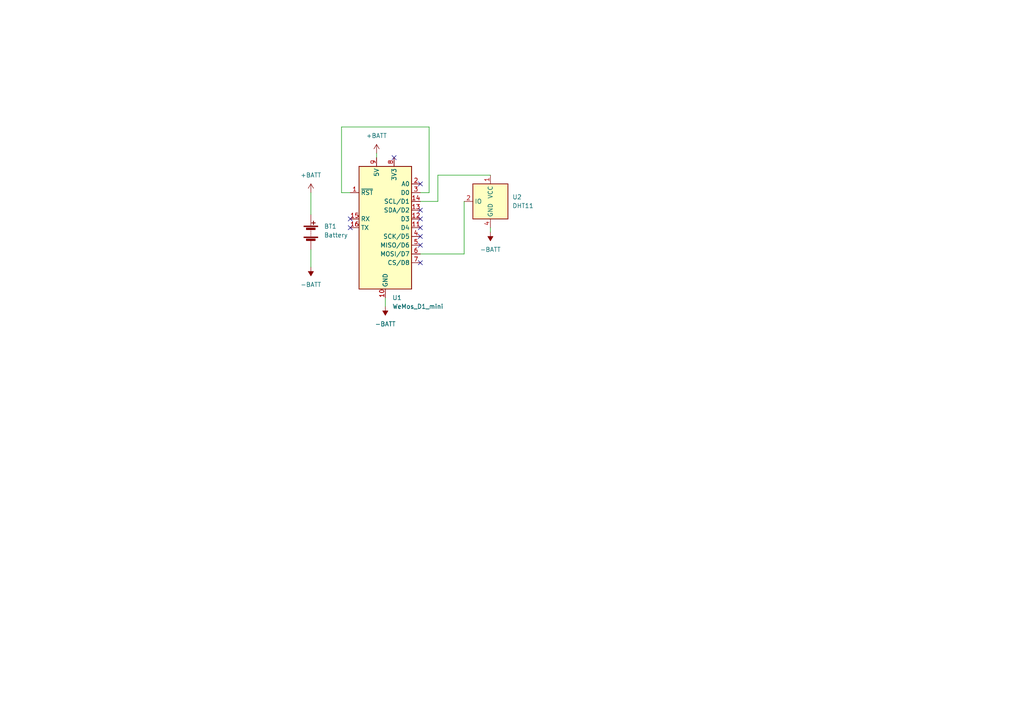
<source format=kicad_sch>
(kicad_sch (version 20211123) (generator eeschema)
  (paper "A4")
  (title_block (title "Wemos Mini D1 + DHT11 temperature & Humidity") (date "2023-11-13") (rev "v.1.0") (company "Cgasper79"))
  (lib_symbols
    (symbol "Device:Battery" (pin_numbers hide) (pin_names (offset 0) hide)
      (property "Reference" "BT" (at 2.54 2.54 0))
      (property "Value" "Battery" (at 2.54 0 0))
      (symbol "Battery_0_1"
        (rectangle (start -2.032 -1.397) (end 2.032 -1.651) (fill (type outline)))
        (rectangle (start -2.032 1.778) (end 2.032 1.524) (fill (type outline)))
        (rectangle (start -1.3208 -1.9812) (end 1.27 -2.4892) (fill (type outline)))
        (rectangle (start -1.3208 1.1938) (end 1.27 0.6858) (fill (type outline)))
        (polyline (pts (xy 0 -1.524) (xy 0 -1.27)))
        (polyline (pts (xy 0 -1.016) (xy 0 -0.762)))
        (polyline (pts (xy 0 -0.508) (xy 0 -0.254)))
        (polyline (pts (xy 0 0) (xy 0 0.254)))
        (polyline (pts (xy 0 0.508) (xy 0 0.762)))
        (polyline (pts (xy 0 1.778) (xy 0 2.54)))
        (polyline (pts (xy 0.254 2.667) (xy 1.27 2.667)) (stroke (width 0.254)))
        (polyline (pts (xy 0.762 3.175) (xy 0.762 2.159)) (stroke (width 0.254)))
      )
      (symbol "Battery_1_1"
        (pin passive line (at 0 5.08 270) (length 2.54) (name "+") (number "1"))
        (pin passive line (at 0 -5.08 90) (length 2.54) (name "-") (number "2"))
      )
    )
    (symbol "MCU_Module:WeMos_D1_mini"
      (property "Reference" "U" (at 3.81 19.05 0))
      (property "Value" "WeMos_D1_mini" (at 1.27 -19.05 0))
      (symbol "WeMos_D1_mini_1_1"
        (rectangle (start -7.62 17.78) (end 7.62 -17.78) (stroke (width 0.254)) (fill (type background)))
        (pin input line (at -10.16 10.16 0) (length 2.54) (name "~{RST}") (number "1"))
        (pin power_in line (at 0 -20.32 90) (length 2.54) (name "GND") (number "10"))
        (pin bidirectional line (at 10.16 0 180) (length 2.54) (name "D4") (number "11"))
        (pin bidirectional line (at 10.16 2.54 180) (length 2.54) (name "D3") (number "12"))
        (pin bidirectional line (at 10.16 5.08 180) (length 2.54) (name "SDA/D2") (number "13"))
        (pin bidirectional line (at 10.16 7.62 180) (length 2.54) (name "SCL/D1") (number "14"))
        (pin input line (at -10.16 2.54 0) (length 2.54) (name "RX") (number "15"))
        (pin output line (at -10.16 0 0) (length 2.54) (name "TX") (number "16"))
        (pin input line (at 10.16 12.7 180) (length 2.54) (name "A0") (number "2"))
        (pin bidirectional line (at 10.16 10.16 180) (length 2.54) (name "D0") (number "3"))
        (pin bidirectional line (at 10.16 -2.54 180) (length 2.54) (name "SCK/D5") (number "4"))
        (pin bidirectional line (at 10.16 -5.08 180) (length 2.54) (name "MISO/D6") (number "5"))
        (pin bidirectional line (at 10.16 -7.62 180) (length 2.54) (name "MOSI/D7") (number "6"))
        (pin bidirectional line (at 10.16 -10.16 180) (length 2.54) (name "CS/D8") (number "7"))
        (pin power_out line (at 2.54 20.32 270) (length 2.54) (name "3V3") (number "8"))
        (pin power_in line (at -2.54 20.32 270) (length 2.54) (name "5V") (number "9"))
      )
    )
    (symbol "Sensor:DHT11"
      (property "Reference" "U" (at -3.81 6.35 0))
      (property "Value" "DHT11" (at 3.81 6.35 0))
      (symbol "DHT11_0_1"
        (rectangle (start -5.08 5.08) (end 5.08 -5.08) (stroke (width 0.254)) (fill (type background)))
      )
      (symbol "DHT11_1_1"
        (pin power_in line (at 0 7.62 270) (length 2.54) (name "VCC") (number "1"))
        (pin bidirectional line (at 7.62 0 180) (length 2.54) (name "IO") (number "2"))
        (pin no_connect line (at -5.08 0 0) (length 2.54) hide (name "NC") (number "3"))
        (pin power_in line (at 0 -7.62 90) (length 2.54) (name "GND") (number "4"))
      )
    )
    (symbol "power:+BATT" (power) (pin_names (offset 0))
      (property "Value" "+BATT" (at 0 3.556 0))
      (symbol "+BATT_0_1"
        (polyline (pts (xy -0.762 1.27) (xy 0 2.54)))
        (polyline (pts (xy 0 0) (xy 0 2.54)))
        (polyline (pts (xy 0 2.54) (xy 0.762 1.27)))
      )
      (symbol "+BATT_1_1"
        (pin power_in line (at 0 0 90) (length 0) hide (name "+BATT") (number "1"))
      )
    )
    (symbol "power:-BATT" (power) (pin_names (offset 0))
      (property "Value" "-BATT" (at 0 3.556 0))
      (symbol "-BATT_0_1"
        (polyline (pts (xy 0 0) (xy 0 2.54)))
        (polyline (pts (xy 0.762 1.27) (xy -0.762 1.27) (xy 0 2.54) (xy 0.762 1.27)) (fill (type outline)))
      )
      (symbol "-BATT_1_1"
        (pin power_in line (at 0 0 90) (length 0) hide (name "-BATT") (number "1"))
      )
    )
  )
  (no_connect (at 121.92 63.5))
  (no_connect (at 101.6 63.5))
  (no_connect (at 121.92 76.2))
  (no_connect (at 121.92 60.96))
  (no_connect (at 121.92 53.34))
  (no_connect (at 121.92 68.58))
  (no_connect (at 121.92 66.04))
  (no_connect (at 101.6 66.04))
  (no_connect (at 121.92 71.12))
  (no_connect (at 114.3 45.72))
  (wire (pts (xy 124.46 36.83) (xy 124.46 55.88)))
  (wire (pts (xy 124.46 55.88) (xy 121.92 55.88)))
  (wire (pts (xy 101.6 55.88) (xy 99.06 55.88)))
  (wire (pts (xy 127 50.8) (xy 142.24 50.8)))
  (wire (pts (xy 127 58.42) (xy 127 50.8)))
  (wire (pts (xy 90.17 72.39) (xy 90.17 77.47)))
  (wire (pts (xy 142.24 66.04) (xy 142.24 67.31)))
  (wire (pts (xy 111.76 86.36) (xy 111.76 88.9)))
  (wire (pts (xy 90.17 55.88) (xy 90.17 62.23)))
  (wire (pts (xy 121.92 73.66) (xy 134.62 73.66)))
  (wire (pts (xy 109.22 44.45) (xy 109.22 45.72)))
  (wire (pts (xy 99.06 55.88) (xy 99.06 36.83)))
  (wire (pts (xy 121.92 58.42) (xy 127 58.42)))
  (wire (pts (xy 134.62 73.66) (xy 134.62 58.42)))
  (wire (pts (xy 99.06 36.83) (xy 124.46 36.83)))
  (symbol (lib_id "Device:Battery") (at 90.17 67.31 0) (unit 1)
    (property "Reference" "BT1" (at 93.98 65.6589 0) (effects (justify left)))
    (property "Value" "Battery" (at 93.98 68.1989 0) (effects (justify left)))
  )
  (symbol (lib_id "MCU_Module:WeMos_D1_mini") (at 111.76 66.04 0) (unit 1)
    (property "Reference" "U1" (at 113.7794 86.36 0) (effects (justify left)))
    (property "Value" "WeMos_D1_mini" (at 113.7794 88.9 0) (effects (justify left)))
    (property "Footprint" "Module:WEMOS_D1_mini_light" (effects hide))
    (property "Datasheet" "https://wiki.wemos.cc/products:d1:d1_mini#documentation" (effects hide))
  )
  (symbol (lib_id "power:-BATT") (at 90.17 77.47 180) (unit 1)
    (property "Reference" "#PWR02" (effects hide))
    (property "Value" "-BATT" (at 90.17 82.55 0))
  )
  (symbol (lib_id "power:+BATT") (at 90.17 55.88 0) (unit 1)
    (property "Reference" "#PWR01" (effects hide))
    (property "Value" "+BATT" (at 90.17 50.8 0))
  )
  (symbol (lib_id "power:-BATT") (at 111.76 88.9 180) (unit 1)
    (property "Reference" "#PWR04" (effects hide))
    (property "Value" "-BATT" (at 111.76 93.98 0))
  )
  (symbol (lib_id "power:-BATT") (at 142.24 67.31 180) (unit 1)
    (property "Reference" "#PWR05" (effects hide))
    (property "Value" "-BATT" (at 142.24 72.39 0))
  )
  (symbol (lib_id "power:+BATT") (at 109.22 44.45 0) (unit 1)
    (property "Reference" "#PWR03" (effects hide))
    (property "Value" "+BATT" (at 109.22 39.37 0))
  )
  (symbol (lib_id "Sensor:DHT11") (at 142.24 58.42 0) (mirror y) (unit 1)
    (property "Reference" "U2" (at 148.59 57.1499 0) (effects (justify right)))
    (property "Value" "DHT11" (at 148.59 59.6899 0) (effects (justify right)))
    (property "Footprint" "Sensor:Aosong_DHT11_5.5x12.0_P2.54mm" (effects hide))
    (property "Datasheet" "http://akizukidenshi.com/download/ds/aosong/DHT11.pdf" (effects hide))
  )
)
</source>
